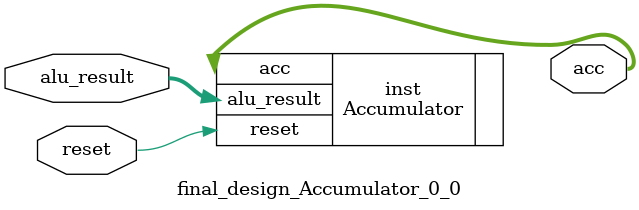
<source format=v>



// IP VLNV: xilinx.com:module_ref:Accumulator:1.0
// IP Revision: 1

(* X_CORE_INFO = "Accumulator,Vivado 2019.2" *)
(* CHECK_LICENSE_TYPE = "final_design_Accumulator_0_0,Accumulator,{}" *)
(* CORE_GENERATION_INFO = "final_design_Accumulator_0_0,Accumulator,{x_ipProduct=Vivado 2019.2,x_ipVendor=xilinx.com,x_ipLibrary=module_ref,x_ipName=Accumulator,x_ipVersion=1.0,x_ipCoreRevision=1,x_ipLanguage=VERILOG,x_ipSimLanguage=MIXED}" *)
(* IP_DEFINITION_SOURCE = "module_ref" *)
(* DowngradeIPIdentifiedWarnings = "yes" *)
module final_design_Accumulator_0_0 (
  reset,
  alu_result,
  acc
);

(* X_INTERFACE_PARAMETER = "XIL_INTERFACENAME reset, POLARITY ACTIVE_LOW, INSERT_VIP 0" *)
(* X_INTERFACE_INFO = "xilinx.com:signal:reset:1.0 reset RST" *)
input wire reset;
input wire [7 : 0] alu_result;
output wire [7 : 0] acc;

  Accumulator inst (
    .reset(reset),
    .alu_result(alu_result),
    .acc(acc)
  );
endmodule

</source>
